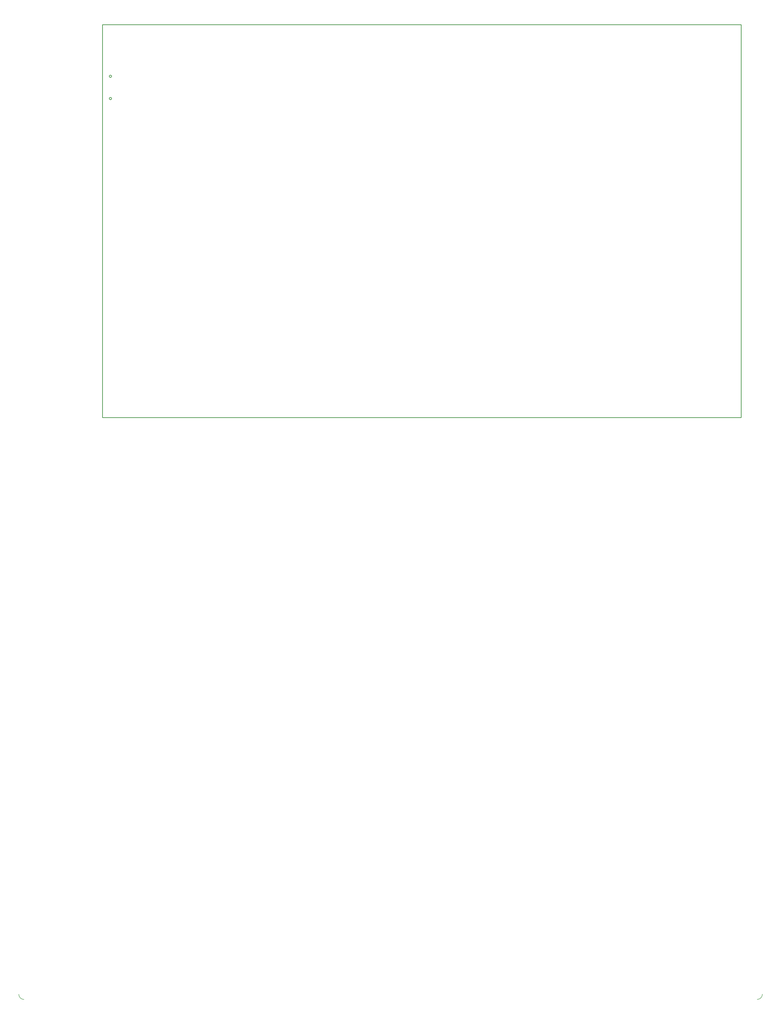
<source format=gm1>
G04*
G04 #@! TF.GenerationSoftware,Altium Limited,Altium Designer,23.10.1 (27)*
G04*
G04 Layer_Color=16711935*
%FSLAX25Y25*%
%MOIN*%
G70*
G04*
G04 #@! TF.SameCoordinates,1ECFB1C0-1579-4D3B-9075-10E0A19D06C0*
G04*
G04*
G04 #@! TF.FilePolarity,Positive*
G04*
G01*
G75*
%ADD10C,0.01000*%
%ADD15C,0.00500*%
D10*
X13974Y479457D02*
G03*
X13974Y479457I-1772J0D01*
G01*
Y512885D02*
G03*
X13974Y512885I-1772J0D01*
G01*
X960630Y590551D02*
X960630Y0D01*
X0D02*
X960600D01*
X0D02*
Y590551D01*
X960630D01*
D15*
X-125625Y-866402D02*
G03*
X-117751Y-874276I7874J0D01*
G01*
X984611D02*
G03*
X992485Y-866402I0J7874D01*
G01*
M02*

</source>
